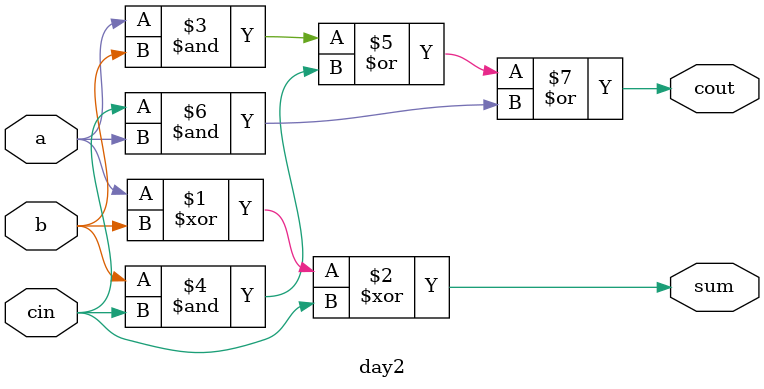
<source format=v>
module day2 (
  input a,
  input b,
  input cin,
  output reg sum,
  output reg cout
);
  
  assign sum = (a ^ b ^ cin);
  assign cout = (a & b) | (b & cin) | (cin & a);
 
endmodule

</source>
